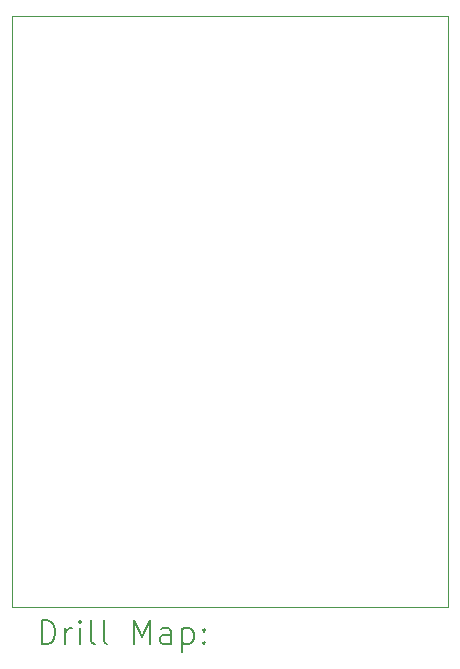
<source format=gbr>
%TF.GenerationSoftware,KiCad,Pcbnew,7.0.10-7.0.10~ubuntu23.10.1*%
%TF.CreationDate,2024-03-11T19:26:47+01:00*%
%TF.ProjectId,peripherialModule,70657269-7068-4657-9269-616c4d6f6475,rev?*%
%TF.SameCoordinates,Original*%
%TF.FileFunction,Drillmap*%
%TF.FilePolarity,Positive*%
%FSLAX45Y45*%
G04 Gerber Fmt 4.5, Leading zero omitted, Abs format (unit mm)*
G04 Created by KiCad (PCBNEW 7.0.10-7.0.10~ubuntu23.10.1) date 2024-03-11 19:26:47*
%MOMM*%
%LPD*%
G01*
G04 APERTURE LIST*
%ADD10C,0.100000*%
%ADD11C,0.200000*%
G04 APERTURE END LIST*
D10*
X19860300Y-5715000D02*
X23558500Y-5715000D01*
X23558500Y-10715000D01*
X19860300Y-10715000D01*
X19860300Y-5715000D01*
D11*
X20116077Y-11031484D02*
X20116077Y-10831484D01*
X20116077Y-10831484D02*
X20163696Y-10831484D01*
X20163696Y-10831484D02*
X20192267Y-10841008D01*
X20192267Y-10841008D02*
X20211315Y-10860055D01*
X20211315Y-10860055D02*
X20220839Y-10879103D01*
X20220839Y-10879103D02*
X20230363Y-10917198D01*
X20230363Y-10917198D02*
X20230363Y-10945770D01*
X20230363Y-10945770D02*
X20220839Y-10983865D01*
X20220839Y-10983865D02*
X20211315Y-11002912D01*
X20211315Y-11002912D02*
X20192267Y-11021960D01*
X20192267Y-11021960D02*
X20163696Y-11031484D01*
X20163696Y-11031484D02*
X20116077Y-11031484D01*
X20316077Y-11031484D02*
X20316077Y-10898150D01*
X20316077Y-10936246D02*
X20325601Y-10917198D01*
X20325601Y-10917198D02*
X20335124Y-10907674D01*
X20335124Y-10907674D02*
X20354172Y-10898150D01*
X20354172Y-10898150D02*
X20373220Y-10898150D01*
X20439886Y-11031484D02*
X20439886Y-10898150D01*
X20439886Y-10831484D02*
X20430363Y-10841008D01*
X20430363Y-10841008D02*
X20439886Y-10850531D01*
X20439886Y-10850531D02*
X20449410Y-10841008D01*
X20449410Y-10841008D02*
X20439886Y-10831484D01*
X20439886Y-10831484D02*
X20439886Y-10850531D01*
X20563696Y-11031484D02*
X20544648Y-11021960D01*
X20544648Y-11021960D02*
X20535124Y-11002912D01*
X20535124Y-11002912D02*
X20535124Y-10831484D01*
X20668458Y-11031484D02*
X20649410Y-11021960D01*
X20649410Y-11021960D02*
X20639886Y-11002912D01*
X20639886Y-11002912D02*
X20639886Y-10831484D01*
X20897029Y-11031484D02*
X20897029Y-10831484D01*
X20897029Y-10831484D02*
X20963696Y-10974341D01*
X20963696Y-10974341D02*
X21030363Y-10831484D01*
X21030363Y-10831484D02*
X21030363Y-11031484D01*
X21211315Y-11031484D02*
X21211315Y-10926722D01*
X21211315Y-10926722D02*
X21201791Y-10907674D01*
X21201791Y-10907674D02*
X21182744Y-10898150D01*
X21182744Y-10898150D02*
X21144648Y-10898150D01*
X21144648Y-10898150D02*
X21125601Y-10907674D01*
X21211315Y-11021960D02*
X21192267Y-11031484D01*
X21192267Y-11031484D02*
X21144648Y-11031484D01*
X21144648Y-11031484D02*
X21125601Y-11021960D01*
X21125601Y-11021960D02*
X21116077Y-11002912D01*
X21116077Y-11002912D02*
X21116077Y-10983865D01*
X21116077Y-10983865D02*
X21125601Y-10964817D01*
X21125601Y-10964817D02*
X21144648Y-10955293D01*
X21144648Y-10955293D02*
X21192267Y-10955293D01*
X21192267Y-10955293D02*
X21211315Y-10945770D01*
X21306553Y-10898150D02*
X21306553Y-11098150D01*
X21306553Y-10907674D02*
X21325601Y-10898150D01*
X21325601Y-10898150D02*
X21363696Y-10898150D01*
X21363696Y-10898150D02*
X21382744Y-10907674D01*
X21382744Y-10907674D02*
X21392267Y-10917198D01*
X21392267Y-10917198D02*
X21401791Y-10936246D01*
X21401791Y-10936246D02*
X21401791Y-10993389D01*
X21401791Y-10993389D02*
X21392267Y-11012436D01*
X21392267Y-11012436D02*
X21382744Y-11021960D01*
X21382744Y-11021960D02*
X21363696Y-11031484D01*
X21363696Y-11031484D02*
X21325601Y-11031484D01*
X21325601Y-11031484D02*
X21306553Y-11021960D01*
X21487505Y-11012436D02*
X21497029Y-11021960D01*
X21497029Y-11021960D02*
X21487505Y-11031484D01*
X21487505Y-11031484D02*
X21477982Y-11021960D01*
X21477982Y-11021960D02*
X21487505Y-11012436D01*
X21487505Y-11012436D02*
X21487505Y-11031484D01*
X21487505Y-10907674D02*
X21497029Y-10917198D01*
X21497029Y-10917198D02*
X21487505Y-10926722D01*
X21487505Y-10926722D02*
X21477982Y-10917198D01*
X21477982Y-10917198D02*
X21487505Y-10907674D01*
X21487505Y-10907674D02*
X21487505Y-10926722D01*
M02*

</source>
